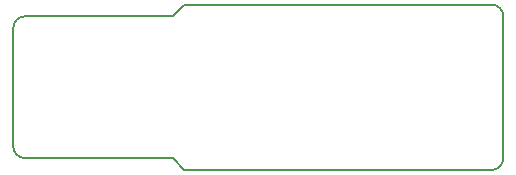
<source format=gbr>
G04 #@! TF.GenerationSoftware,KiCad,Pcbnew,no-vcs-found-826efab~61~ubuntu16.04.1*
G04 #@! TF.CreationDate,2018-02-09T15:50:45+01:00*
G04 #@! TF.ProjectId,ubmp_v1r1,75626D705F763172312E6B696361645F,rev?*
G04 #@! TF.SameCoordinates,Original*
G04 #@! TF.FileFunction,Profile,NP*
%FSLAX46Y46*%
G04 Gerber Fmt 4.6, Leading zero omitted, Abs format (unit mm)*
G04 Created by KiCad (PCBNEW no-vcs-found-826efab~61~ubuntu16.04.1) date Fri Feb  9 15:50:45 2018*
%MOMM*%
%LPD*%
G01*
G04 APERTURE LIST*
%ADD10C,0.150000*%
G04 APERTURE END LIST*
D10*
X92500000Y-99000000D02*
X91500000Y-100000000D01*
X91500000Y-112000000D02*
X92500000Y-113000000D01*
X119500000Y-112000000D02*
G75*
G02X118500000Y-113000000I-1000000J0D01*
G01*
X118500000Y-99000000D02*
G75*
G02X119500000Y-100000000I0J-1000000D01*
G01*
X79000000Y-112000000D02*
G75*
G02X78000000Y-111000000I0J1000000D01*
G01*
X78000000Y-101000000D02*
G75*
G02X79000000Y-100000000I1000000J0D01*
G01*
X78000000Y-111000000D02*
X78000000Y-101000000D01*
X92500000Y-99000000D02*
X118500000Y-99000000D01*
X92500000Y-113000000D02*
X118500000Y-113000000D01*
X119500000Y-112000000D02*
X119500000Y-100000000D01*
X91500000Y-100000000D02*
X79000000Y-100000000D01*
X79000000Y-112000000D02*
X91500000Y-112000000D01*
M02*

</source>
